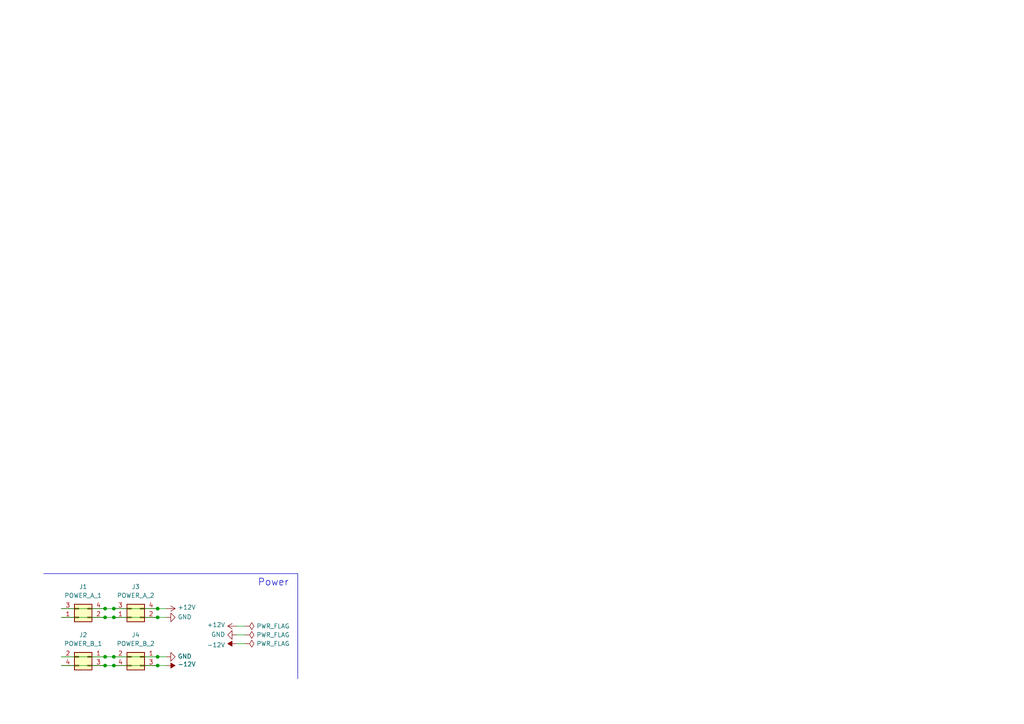
<source format=kicad_sch>
(kicad_sch (version 20230121) (generator eeschema)
  (paper "A4")
  (lib_symbols
    (symbol "Connector_Generic:Conn_02x02_Odd_Even" (pin_names (offset 1.016) hide)
      (property "Reference" "J" (at 1.27 2.54 0))
      (property "Value" "Conn_02x02_Odd_Even" (at 1.27 -5.08 0))
      (symbol "Conn_02x02_Odd_Even_1_1"
        (rectangle (start -1.27 -2.413) (end 0 -2.667) (stroke (width 0.1524)))
        (rectangle (start -1.27 0.127) (end 0 -0.127) (stroke (width 0.1524)))
        (rectangle (start -1.27 1.27) (end 3.81 -3.81) (stroke (width 0.254)) (fill (type background)))
        (rectangle (start 3.81 -2.413) (end 2.54 -2.667) (stroke (width 0.1524)))
        (rectangle (start 3.81 0.127) (end 2.54 -0.127) (stroke (width 0.1524)))
        (pin passive line (at -5.08 0 0) (length 3.81) (name "Pin_1") (number "1"))
        (pin passive line (at 7.62 0 180) (length 3.81) (name "Pin_2") (number "2"))
        (pin passive line (at -5.08 -2.54 0) (length 3.81) (name "Pin_3") (number "3"))
        (pin passive line (at 7.62 -2.54 180) (length 3.81) (name "Pin_4") (number "4"))
      )
    )
    (symbol "power:+12V" (power) (pin_names (offset 0))
      (property "Value" "+12V" (at 0 3.556 0))
      (symbol "+12V_0_1"
        (polyline (pts (xy -0.762 1.27) (xy 0 2.54)))
        (polyline (pts (xy 0 0) (xy 0 2.54)))
        (polyline (pts (xy 0 2.54) (xy 0.762 1.27)))
      )
      (symbol "+12V_1_1"
        (pin power_in line (at 0 0 90) (length 0) hide (name "+12V") (number "1"))
      )
    )
    (symbol "power:-12V" (power) (pin_names (offset 0))
      (property "Value" "-12V" (at 0 3.81 0))
      (symbol "-12V_0_0"
        (pin power_in line (at 0 0 90) (length 0) hide (name "-12V") (number "1"))
      )
      (symbol "-12V_0_1"
        (polyline (pts (xy 0 0) (xy 0 1.27) (xy 0.762 1.27) (xy 0 2.54) (xy -0.762 1.27) (xy 0 1.27)) (fill (type outline)))
      )
    )
    (symbol "power:GND" (power) (pin_names (offset 0))
      (property "Value" "GND" (at 0 -3.81 0))
      (symbol "GND_0_1"
        (polyline (pts (xy 0 0) (xy 0 -1.27) (xy 1.27 -1.27) (xy 0 -2.54) (xy -1.27 -1.27) (xy 0 -1.27)))
      )
      (symbol "GND_1_1"
        (pin power_in line (at 0 0 270) (length 0) hide (name "GND") (number "1"))
      )
    )
    (symbol "power:PWR_FLAG" (power) (pin_numbers hide) (pin_names (offset 0) hide)
      (property "Value" "PWR_FLAG" (at 0 3.81 0))
      (symbol "PWR_FLAG_0_0"
        (pin power_out line (at 0 0 90) (length 0) (name "pwr") (number "1"))
      )
      (symbol "PWR_FLAG_0_1"
        (polyline (pts (xy 0 0) (xy 0 1.27) (xy -1.016 1.905) (xy 0 2.54) (xy 1.016 1.905) (xy 0 1.27)))
      )
    )
  )
  (junction (at 30.48 179.07))
  (junction (at 30.48 193.04))
  (junction (at 45.72 179.07))
  (junction (at 30.48 190.5))
  (junction (at 33.02 193.04))
  (junction (at 45.72 190.5))
  (junction (at 33.02 190.5))
  (junction (at 30.48 176.53))
  (junction (at 33.02 179.07))
  (junction (at 45.72 176.53))
  (junction (at 45.72 193.04))
  (junction (at 33.02 176.53))
  (wire (pts (xy 33.02 193.04) (xy 45.72 193.04)))
  (wire (pts (xy 45.72 190.5) (xy 48.26 190.5)))
  (wire (pts (xy 68.58 181.61) (xy 71.12 181.61)))
  (wire (pts (xy 45.72 176.53) (xy 48.26 176.53)))
  (wire (pts (xy 30.48 179.07) (xy 33.02 179.07)))
  (wire (pts (xy 33.02 176.53) (xy 45.72 176.53)))
  (wire (pts (xy 30.48 190.5) (xy 33.02 190.5)))
  (wire (pts (xy 17.78 176.53) (xy 30.48 176.53)))
  (wire (pts (xy 68.58 186.69) (xy 71.12 186.69)))
  (wire (pts (xy 17.78 190.5) (xy 30.48 190.5)))
  (wire (pts (xy 45.72 193.04) (xy 48.26 193.04)))
  (polyline (pts (xy 86.36 196.85) (xy 86.36 166.37)))
  (wire (pts (xy 30.48 193.04) (xy 33.02 193.04)))
  (wire (pts (xy 33.02 179.07) (xy 45.72 179.07)))
  (wire (pts (xy 17.78 193.04) (xy 30.48 193.04)))
  (wire (pts (xy 45.72 179.07) (xy 48.26 179.07)))
  (polyline (pts (xy 86.36 166.37) (xy 12.7 166.37)))
  (wire (pts (xy 68.58 184.15) (xy 71.12 184.15)))
  (wire (pts (xy 33.02 190.5) (xy 45.72 190.5)))
  (wire (pts (xy 30.48 176.53) (xy 33.02 176.53)))
  (wire (pts (xy 17.78 179.07) (xy 30.48 179.07)))
  (text "Power" (at 83.82 170.18 0) (effects (font (size 2.0066 2.0066)) (justify right bottom)))
  (symbol (lib_id "Connector_Generic:Conn_02x02_Odd_Even") (at 22.86 179.07 0) (mirror x) (unit 1)
    (property "Reference" "J1" (at 24.13 170.18 0))
    (property "Value" "POWER_A_1" (at 24.13 172.72 0))
    (property "Footprint" "Connector_PinHeader_2.54mm:PinHeader_2x02_P2.54mm_Vertical" (effects hide))
  )
  (symbol (lib_id "Connector_Generic:Conn_02x02_Odd_Even") (at 25.4 190.5 0) (mirror y) (unit 1)
    (property "Reference" "J2" (at 24.13 184.15 0))
    (property "Value" "POWER_B_1" (at 24.13 186.69 0))
    (property "Footprint" "Connector_PinHeader_2.54mm:PinHeader_2x02_P2.54mm_Vertical" (effects hide))
  )
  (symbol (lib_id "power:+12V") (at 48.26 176.53 270) (mirror x) (unit 1)
    (property "Reference" "#PWR01" (effects hide))
    (property "Value" "+12V" (at 51.5112 176.149 90) (effects (justify left)))
  )
  (symbol (lib_id "power:-12V") (at 48.26 193.04 270) (mirror x) (unit 1)
    (property "Reference" "#PWR03" (effects hide))
    (property "Value" "-12V" (at 51.5112 192.659 90) (effects (justify left)))
  )
  (symbol (lib_id "power:GND") (at 48.26 179.07 90) (unit 1)
    (property "Reference" "#PWR02" (effects hide))
    (property "Value" "GND" (at 51.5112 178.943 90) (effects (justify right)))
  )
  (symbol (lib_id "power:GND") (at 48.26 190.5 90) (unit 1)
    (property "Reference" "#PWR04" (effects hide))
    (property "Value" "GND" (at 51.5112 190.373 90) (effects (justify right)))
  )
  (symbol (lib_id "Connector_Generic:Conn_02x02_Odd_Even") (at 38.1 179.07 0) (mirror x) (unit 1)
    (property "Reference" "J3" (at 39.37 170.18 0))
    (property "Value" "POWER_A_2" (at 39.37 172.72 0))
    (property "Footprint" "Connector_PinHeader_2.54mm:PinHeader_2x02_P2.54mm_Vertical" (effects hide))
  )
  (symbol (lib_id "Connector_Generic:Conn_02x02_Odd_Even") (at 40.64 190.5 0) (mirror y) (unit 1)
    (property "Reference" "J4" (at 39.37 184.15 0))
    (property "Value" "POWER_B_2" (at 39.37 186.69 0))
    (property "Footprint" "Connector_PinHeader_2.54mm:PinHeader_2x02_P2.54mm_Vertical" (effects hide))
  )
  (symbol (lib_id "power:+12V") (at 68.58 181.61 90) (unit 1)
    (property "Reference" "#PWR0102" (effects hide))
    (property "Value" "+12V" (at 65.3288 181.229 90) (effects (justify left)))
  )
  (symbol (lib_id "power:GND") (at 68.58 184.15 270) (mirror x) (unit 1)
    (property "Reference" "#PWR0103" (effects hide))
    (property "Value" "GND" (at 65.3288 184.023 90) (effects (justify right)))
  )
  (symbol (lib_id "power:-12V") (at 68.58 186.69 90) (mirror x) (unit 1)
    (property "Reference" "#PWR0101" (effects hide))
    (property "Value" "-12V" (at 65.3288 187.071 90) (effects (justify left)))
  )
  (symbol (lib_id "power:PWR_FLAG") (at 71.12 181.61 270) (unit 1)
    (property "Reference" "#FLG0102" (effects hide))
    (property "Value" "PWR_FLAG" (at 74.3712 181.61 90) (effects (justify left)))
  )
  (symbol (lib_id "power:PWR_FLAG") (at 71.12 184.15 270) (unit 1)
    (property "Reference" "#FLG0101" (effects hide))
    (property "Value" "PWR_FLAG" (at 74.3712 184.15 90) (effects (justify left)))
  )
  (symbol (lib_id "power:PWR_FLAG") (at 71.12 186.69 270) (unit 1)
    (property "Reference" "#FLG0103" (effects hide))
    (property "Value" "PWR_FLAG" (at 74.3712 186.69 90) (effects (justify left)))
  )
)
</source>
